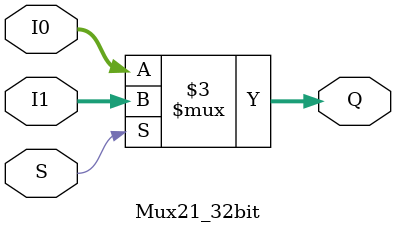
<source format=v>
module Mux21_32bit(I0, I1, S, Q);
	input [31:0] I0, I1;
	input S;
	output reg [31:0] Q;
	always @(I0 or I1 or S)
		if(S)
			Q = I1;
		else
			Q = I0;
endmodule 
</source>
